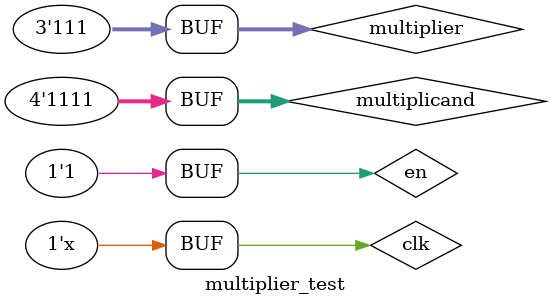
<source format=v>
`timescale 1ns / 1ps


module multiplier_test;

	// Inputs
	reg clk;
	reg [2:0] multiplier;
	reg [3:0] multiplicand;
	reg en;

	// Outputs
	wire done;
	wire [6:0] product;

	// Instantiate the Unit Under Test (UUT)
	multiplier uut (
		.clk(clk), 
		.multiplier(multiplier), 
		.multiplicand(multiplicand), 
		.en(en), 
		.done(done), 
		.product(product)
	);

	initial begin
		// Initialize Inputs
		clk = 0;
		multiplier = 0;
		multiplicand = 0;
		en = 0;

		// Wait 100 ns for global reset to finish
		#100;
		en = 1;
		multiplier = 3'b1;
		multiplicand = 4'b1111;   
		#20;
		en = 0;
		#20;
		en = 1;
		multiplier = 3'b111;
		multiplicand = 4'b1111;  
		// Add stimulus here
		
	end

	always
	begin
		clk =~clk;
		#10;
	end
      
      
endmodule


</source>
